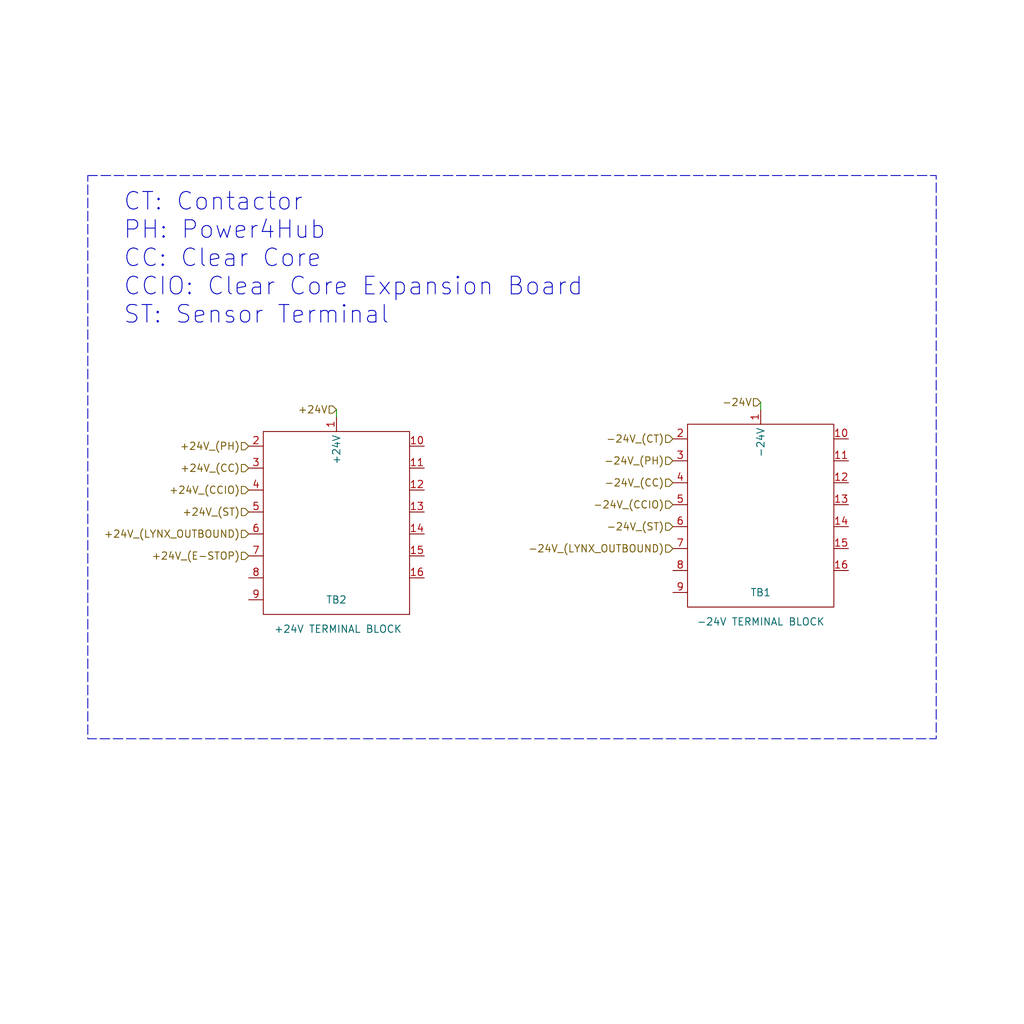
<source format=kicad_sch>
(kicad_sch (version 20250114) (generator "eeschema") (generator_version "9.0")
  (paper "User" 177.8 177.8)
  (lib_symbols
    (symbol "LynxActuatorSymbols:24V-BLOCK+"
      (symbol "24V-BLOCK+_0_1"
        (rectangle (start -12.7 17.78) (end 12.7 -13.97))
      )
      (symbol "24V-BLOCK+_1_1"
        (pin input line (at -15.24 15.24 0) (length 2.54) (name "") (number "2"))
        (pin input line (at -15.24 11.43 0) (length 2.54) (name "") (number "3"))
        (pin input line (at -15.24 7.62 0) (length 2.54) (name "") (number "4"))
        (pin input line (at -15.24 3.81 0) (length 2.54) (name "") (number "5"))
        (pin input line (at -15.24 0 0) (length 2.54) (name "") (number "6"))
        (pin input line (at -15.24 -3.81 0) (length 2.54) (name "") (number "7"))
        (pin input line (at -15.24 -7.62 0) (length 2.54) (name "") (number "8"))
        (pin input line (at -15.24 -11.43 0) (length 2.54) (name "") (number "9"))
        (pin power_in line (at 0 20.32 270) (length 2.54) (name "+24V") (number "1"))
        (pin input line (at 15.24 15.24 180) (length 2.54) (name "") (number "10"))
        (pin input line (at 15.24 11.43 180) (length 2.54) (name "") (number "11"))
        (pin input line (at 15.24 7.62 180) (length 2.54) (name "") (number "12"))
        (pin input line (at 15.24 3.81 180) (length 2.54) (name "") (number "13"))
        (pin input line (at 15.24 0 180) (length 2.54) (name "") (number "14"))
        (pin input line (at 15.24 -3.81 180) (length 2.54) (name "") (number "15"))
        (pin input line (at 15.24 -7.62 180) (length 2.54) (name "") (number "16"))
      )
    )
    (symbol "LynxActuatorSymbols:24V-BLOCK-"
      (property "Reference" "TB" (at 0 -17.78 0))
      (symbol "24V-BLOCK-_0_1"
        (rectangle (start -12.7 15.24) (end 12.7 -16.51))
      )
      (symbol "24V-BLOCK-_1_1"
        (pin input line (at -15.24 12.7 0) (length 2.54) (name "") (number "2"))
        (pin input line (at -15.24 8.89 0) (length 2.54) (name "") (number "3"))
        (pin input line (at -15.24 5.08 0) (length 2.54) (name "") (number "4"))
        (pin input line (at -15.24 1.27 0) (length 2.54) (name "") (number "5"))
        (pin input line (at -15.24 -2.54 0) (length 2.54) (name "") (number "6"))
        (pin input line (at -15.24 -6.35 0) (length 2.54) (name "") (number "7"))
        (pin input line (at -15.24 -10.16 0) (length 2.54) (name "") (number "8"))
        (pin input line (at -15.24 -13.97 0) (length 2.54) (name "") (number "9"))
        (pin power_in line (at 0 17.78 270) (length 2.54) (name "-24V") (number "1"))
        (pin input line (at 15.24 12.7 180) (length 2.54) (name "") (number "10"))
        (pin input line (at 15.24 8.89 180) (length 2.54) (name "") (number "11"))
        (pin input line (at 15.24 5.08 180) (length 2.54) (name "") (number "12"))
        (pin input line (at 15.24 1.27 180) (length 2.54) (name "") (number "13"))
        (pin input line (at 15.24 -2.54 180) (length 2.54) (name "") (number "14"))
        (pin input line (at 15.24 -6.35 180) (length 2.54) (name "") (number "15"))
        (pin input line (at 15.24 -10.16 180) (length 2.54) (name "") (number "16"))
      )
    )
  )
  (rectangle (start 15.24 30.48) (end 162.56 128.27) (stroke (width 0) (type dash)))
  (text "CT: Contactor\nPH: Power4Hub\nCC: Clear Core\nCCIO: Clear Core Expansion Board\nST: Sensor Terminal\n" (at 21.336 44.958 0) (effects (font (size 3.048 3.048)) (justify left)))
  (wire (pts (xy 132.08 69.85) (xy 132.08 71.12)))
  (wire (pts (xy 58.42 71.12) (xy 58.42 72.39)))
  (hierarchical_label "+24V" (shape input) (at 58.42 71.12 180))
  (hierarchical_label "+24V_(LYNX_OUTBOUND)" (shape input) (at 43.18 92.71 180))
  (hierarchical_label "+24V_(CC)" (shape input) (at 43.18 81.28 180))
  (hierarchical_label "+24V_(ST)" (shape input) (at 43.18 88.9 180))
  (hierarchical_label "-24V" (shape input) (at 132.08 69.85 180))
  (hierarchical_label "-24V_(LYNX_OUTBOUND)" (shape input) (at 116.84 95.25 180))
  (hierarchical_label "-24V_(CC)" (shape input) (at 116.84 83.82 180))
  (hierarchical_label "+24V_(CCIO)" (shape input) (at 43.18 85.09 180))
  (hierarchical_label "-24V_(PH)" (shape input) (at 116.84 80.01 180))
  (hierarchical_label "+24V_(E-STOP)" (shape input) (at 43.18 96.52 180))
  (hierarchical_label "-24V_(CT)" (shape input) (at 116.84 76.2 180))
  (hierarchical_label "+24V_(PH)" (shape input) (at 43.18 77.47 180))
  (hierarchical_label "-24V_(ST)" (shape input) (at 116.84 91.44 180))
  (hierarchical_label "-24V_(CCIO)" (shape input) (at 116.84 87.63 180))
  (symbol (lib_id "LynxActuatorSymbols:24V-BLOCK-") (at 132.08 88.9 0) (unit 1)
    (property "Reference" "TB1" (at 132.08 102.87 0))
    (property "Value" "-24V TERMINAL BLOCK" (at 132.08 107.95 0))
  )
  (symbol (lib_id "LynxActuatorSymbols:24V-BLOCK+") (at 58.42 92.71 0) (unit 1)
    (property "Reference" "TB2" (at 58.42 104.14 0))
    (property "Value" "+24V TERMINAL BLOCK" (at 58.674 109.22 0))
  )
)
</source>
